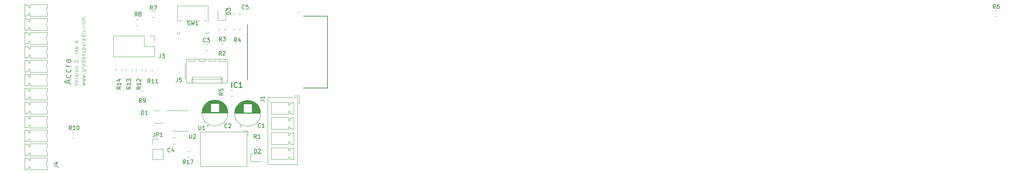
<source format=gbr>
%TF.GenerationSoftware,KiCad,Pcbnew,6.0.2+dfsg-1*%
%TF.CreationDate,2022-06-15T14:05:09+02:00*%
%TF.ProjectId,accra_A,61636372-615f-4412-9e6b-696361645f70,rev?*%
%TF.SameCoordinates,Original*%
%TF.FileFunction,Legend,Top*%
%TF.FilePolarity,Positive*%
%FSLAX46Y46*%
G04 Gerber Fmt 4.6, Leading zero omitted, Abs format (unit mm)*
G04 Created by KiCad (PCBNEW 6.0.2+dfsg-1) date 2022-06-15 14:05:09*
%MOMM*%
%LPD*%
G01*
G04 APERTURE LIST*
%ADD10C,0.142240*%
%ADD11C,0.081280*%
%ADD12C,0.254000*%
%ADD13C,0.150000*%
%ADD14C,0.200000*%
%ADD15C,0.100000*%
%ADD16C,0.120000*%
G04 APERTURE END LIST*
D10*
X125704746Y-104095970D02*
X125704746Y-103317037D01*
X126172106Y-104251757D02*
X124536346Y-103706504D01*
X126172106Y-103161250D01*
X126094213Y-101914957D02*
X126172106Y-102070744D01*
X126172106Y-102382317D01*
X126094213Y-102538104D01*
X126016320Y-102615997D01*
X125860533Y-102693890D01*
X125393173Y-102693890D01*
X125237386Y-102615997D01*
X125159493Y-102538104D01*
X125081600Y-102382317D01*
X125081600Y-102070744D01*
X125159493Y-101914957D01*
X126094213Y-100512877D02*
X126172106Y-100668664D01*
X126172106Y-100980237D01*
X126094213Y-101136024D01*
X126016320Y-101213917D01*
X125860533Y-101291810D01*
X125393173Y-101291810D01*
X125237386Y-101213917D01*
X125159493Y-101136024D01*
X125081600Y-100980237D01*
X125081600Y-100668664D01*
X125159493Y-100512877D01*
X126172106Y-99811837D02*
X125081600Y-99811837D01*
X125393173Y-99811837D02*
X125237386Y-99733944D01*
X125159493Y-99656050D01*
X125081600Y-99500264D01*
X125081600Y-99344477D01*
X126172106Y-98098184D02*
X125315280Y-98098184D01*
X125159493Y-98176077D01*
X125081600Y-98331864D01*
X125081600Y-98643437D01*
X125159493Y-98799224D01*
X126094213Y-98098184D02*
X126172106Y-98253970D01*
X126172106Y-98643437D01*
X126094213Y-98799224D01*
X125938426Y-98877117D01*
X125782640Y-98877117D01*
X125626853Y-98799224D01*
X125548960Y-98643437D01*
X125548960Y-98253970D01*
X125471066Y-98098184D01*
D11*
X129082342Y-104563636D02*
X129705489Y-104385594D01*
X129260384Y-104207552D01*
X129705489Y-104029510D01*
X129082342Y-103851468D01*
X129082342Y-103584406D02*
X129705489Y-103406364D01*
X129260384Y-103228322D01*
X129705489Y-103050280D01*
X129082342Y-102872238D01*
X129082342Y-102605175D02*
X129705489Y-102427133D01*
X129260384Y-102249091D01*
X129705489Y-102071049D01*
X129082342Y-101893008D01*
X129616468Y-101536924D02*
X129660979Y-101492413D01*
X129705489Y-101536924D01*
X129660979Y-101581434D01*
X129616468Y-101536924D01*
X129705489Y-101536924D01*
X129082342Y-100691225D02*
X129839020Y-100691225D01*
X129928041Y-100735735D01*
X129972552Y-100780246D01*
X130017062Y-100869267D01*
X130017062Y-101002798D01*
X129972552Y-101091819D01*
X129660979Y-100691225D02*
X129705489Y-100780246D01*
X129705489Y-100958288D01*
X129660979Y-101047308D01*
X129616468Y-101091819D01*
X129527447Y-101136329D01*
X129260384Y-101136329D01*
X129171363Y-101091819D01*
X129126853Y-101047308D01*
X129082342Y-100958288D01*
X129082342Y-100780246D01*
X129126853Y-100691225D01*
X129705489Y-100246120D02*
X129082342Y-100246120D01*
X129260384Y-100246120D02*
X129171363Y-100201609D01*
X129126853Y-100157099D01*
X129082342Y-100068078D01*
X129082342Y-99979057D01*
X129705489Y-99533952D02*
X129660979Y-99622973D01*
X129616468Y-99667484D01*
X129527447Y-99711994D01*
X129260384Y-99711994D01*
X129171363Y-99667484D01*
X129126853Y-99622973D01*
X129082342Y-99533952D01*
X129082342Y-99400421D01*
X129126853Y-99311400D01*
X129171363Y-99266889D01*
X129260384Y-99222379D01*
X129527447Y-99222379D01*
X129616468Y-99266889D01*
X129660979Y-99311400D01*
X129705489Y-99400421D01*
X129705489Y-99533952D01*
X129705489Y-98421190D02*
X128770769Y-98421190D01*
X129660979Y-98421190D02*
X129705489Y-98510211D01*
X129705489Y-98688253D01*
X129660979Y-98777274D01*
X129616468Y-98821785D01*
X129527447Y-98866295D01*
X129260384Y-98866295D01*
X129171363Y-98821785D01*
X129126853Y-98777274D01*
X129082342Y-98688253D01*
X129082342Y-98510211D01*
X129126853Y-98421190D01*
X129705489Y-97575491D02*
X129215874Y-97575491D01*
X129126853Y-97620002D01*
X129082342Y-97709023D01*
X129082342Y-97887065D01*
X129126853Y-97976086D01*
X129660979Y-97575491D02*
X129705489Y-97664512D01*
X129705489Y-97887065D01*
X129660979Y-97976086D01*
X129571958Y-98020596D01*
X129482937Y-98020596D01*
X129393916Y-97976086D01*
X129349405Y-97887065D01*
X129349405Y-97664512D01*
X129304895Y-97575491D01*
X129082342Y-97130387D02*
X129705489Y-97130387D01*
X129171363Y-97130387D02*
X129126853Y-97085876D01*
X129082342Y-96996855D01*
X129082342Y-96863324D01*
X129126853Y-96774303D01*
X129215874Y-96729792D01*
X129705489Y-96729792D01*
X129660979Y-96329198D02*
X129705489Y-96240177D01*
X129705489Y-96062135D01*
X129660979Y-95973114D01*
X129571958Y-95928604D01*
X129527447Y-95928604D01*
X129438426Y-95973114D01*
X129393916Y-96062135D01*
X129393916Y-96195667D01*
X129349405Y-96284688D01*
X129260384Y-96329198D01*
X129215874Y-96329198D01*
X129126853Y-96284688D01*
X129082342Y-96195667D01*
X129082342Y-96062135D01*
X129126853Y-95973114D01*
X129082342Y-95528009D02*
X130017062Y-95528009D01*
X129126853Y-95528009D02*
X129082342Y-95438988D01*
X129082342Y-95260947D01*
X129126853Y-95171926D01*
X129171363Y-95127415D01*
X129260384Y-95082905D01*
X129527447Y-95082905D01*
X129616468Y-95127415D01*
X129660979Y-95171926D01*
X129705489Y-95260947D01*
X129705489Y-95438988D01*
X129660979Y-95528009D01*
X129705489Y-94281716D02*
X129215874Y-94281716D01*
X129126853Y-94326227D01*
X129082342Y-94415248D01*
X129082342Y-94593289D01*
X129126853Y-94682310D01*
X129660979Y-94281716D02*
X129705489Y-94370737D01*
X129705489Y-94593289D01*
X129660979Y-94682310D01*
X129571958Y-94726821D01*
X129482937Y-94726821D01*
X129393916Y-94682310D01*
X129349405Y-94593289D01*
X129349405Y-94370737D01*
X129304895Y-94281716D01*
X129705489Y-93836611D02*
X129082342Y-93836611D01*
X129260384Y-93836611D02*
X129171363Y-93792101D01*
X129126853Y-93747590D01*
X129082342Y-93658569D01*
X129082342Y-93569548D01*
X129705489Y-92857381D02*
X129215874Y-92857381D01*
X129126853Y-92901891D01*
X129082342Y-92990912D01*
X129082342Y-93168954D01*
X129126853Y-93257975D01*
X129660979Y-92857381D02*
X129705489Y-92946402D01*
X129705489Y-93168954D01*
X129660979Y-93257975D01*
X129571958Y-93302486D01*
X129482937Y-93302486D01*
X129393916Y-93257975D01*
X129349405Y-93168954D01*
X129349405Y-92946402D01*
X129304895Y-92857381D01*
X129705489Y-92011682D02*
X128770769Y-92011682D01*
X129660979Y-92011682D02*
X129705489Y-92100703D01*
X129705489Y-92278745D01*
X129660979Y-92367766D01*
X129616468Y-92412276D01*
X129527447Y-92456787D01*
X129260384Y-92456787D01*
X129171363Y-92412276D01*
X129126853Y-92367766D01*
X129082342Y-92278745D01*
X129082342Y-92100703D01*
X129126853Y-92011682D01*
X129705489Y-91566577D02*
X129082342Y-91566577D01*
X128770769Y-91566577D02*
X128815280Y-91611088D01*
X128859790Y-91566577D01*
X128815280Y-91522067D01*
X128770769Y-91566577D01*
X128859790Y-91566577D01*
X129660979Y-91165983D02*
X129705489Y-91076962D01*
X129705489Y-90898920D01*
X129660979Y-90809899D01*
X129571958Y-90765388D01*
X129527447Y-90765388D01*
X129438426Y-90809899D01*
X129393916Y-90898920D01*
X129393916Y-91032451D01*
X129349405Y-91121472D01*
X129260384Y-91165983D01*
X129215874Y-91165983D01*
X129126853Y-91121472D01*
X129082342Y-91032451D01*
X129082342Y-90898920D01*
X129126853Y-90809899D01*
X129616468Y-90364794D02*
X129660979Y-90320284D01*
X129705489Y-90364794D01*
X129660979Y-90409305D01*
X129616468Y-90364794D01*
X129705489Y-90364794D01*
X129660979Y-89519095D02*
X129705489Y-89608116D01*
X129705489Y-89786158D01*
X129660979Y-89875179D01*
X129616468Y-89919689D01*
X129527447Y-89964200D01*
X129260384Y-89964200D01*
X129171363Y-89919689D01*
X129126853Y-89875179D01*
X129082342Y-89786158D01*
X129082342Y-89608116D01*
X129126853Y-89519095D01*
X129705489Y-88984969D02*
X129660979Y-89073990D01*
X129616468Y-89118501D01*
X129527447Y-89163011D01*
X129260384Y-89163011D01*
X129171363Y-89118501D01*
X129126853Y-89073990D01*
X129082342Y-88984969D01*
X129082342Y-88851438D01*
X129126853Y-88762417D01*
X129171363Y-88717907D01*
X129260384Y-88673396D01*
X129527447Y-88673396D01*
X129616468Y-88717907D01*
X129660979Y-88762417D01*
X129705489Y-88851438D01*
X129705489Y-88984969D01*
X129705489Y-88272802D02*
X129082342Y-88272802D01*
X129171363Y-88272802D02*
X129126853Y-88228291D01*
X129082342Y-88139270D01*
X129082342Y-88005739D01*
X129126853Y-87916718D01*
X129215874Y-87872208D01*
X129705489Y-87872208D01*
X129215874Y-87872208D02*
X129126853Y-87827697D01*
X129082342Y-87738676D01*
X129082342Y-87605145D01*
X129126853Y-87516124D01*
X129215874Y-87471613D01*
X129705489Y-87471613D01*
X127020769Y-104608147D02*
X127955489Y-104296573D01*
X127020769Y-103985000D01*
X127910979Y-103317343D02*
X127955489Y-103406364D01*
X127955489Y-103584406D01*
X127910979Y-103673427D01*
X127821958Y-103717937D01*
X127465874Y-103717937D01*
X127376853Y-103673427D01*
X127332342Y-103584406D01*
X127332342Y-103406364D01*
X127376853Y-103317343D01*
X127465874Y-103272832D01*
X127554895Y-103272832D01*
X127643916Y-103717937D01*
X127955489Y-102872238D02*
X127332342Y-102872238D01*
X127510384Y-102872238D02*
X127421363Y-102827728D01*
X127376853Y-102783217D01*
X127332342Y-102694196D01*
X127332342Y-102605175D01*
X127910979Y-102338112D02*
X127955489Y-102249091D01*
X127955489Y-102071049D01*
X127910979Y-101982028D01*
X127821958Y-101937518D01*
X127777447Y-101937518D01*
X127688426Y-101982028D01*
X127643916Y-102071049D01*
X127643916Y-102204581D01*
X127599405Y-102293602D01*
X127510384Y-102338112D01*
X127465874Y-102338112D01*
X127376853Y-102293602D01*
X127332342Y-102204581D01*
X127332342Y-102071049D01*
X127376853Y-101982028D01*
X127955489Y-101536924D02*
X127332342Y-101536924D01*
X127020769Y-101536924D02*
X127065280Y-101581434D01*
X127109790Y-101536924D01*
X127065280Y-101492413D01*
X127020769Y-101536924D01*
X127109790Y-101536924D01*
X127955489Y-100958288D02*
X127910979Y-101047308D01*
X127866468Y-101091819D01*
X127777447Y-101136329D01*
X127510384Y-101136329D01*
X127421363Y-101091819D01*
X127376853Y-101047308D01*
X127332342Y-100958288D01*
X127332342Y-100824756D01*
X127376853Y-100735735D01*
X127421363Y-100691225D01*
X127510384Y-100646714D01*
X127777447Y-100646714D01*
X127866468Y-100691225D01*
X127910979Y-100735735D01*
X127955489Y-100824756D01*
X127955489Y-100958288D01*
X127332342Y-100246120D02*
X127955489Y-100246120D01*
X127421363Y-100246120D02*
X127376853Y-100201609D01*
X127332342Y-100112588D01*
X127332342Y-99979057D01*
X127376853Y-99890036D01*
X127465874Y-99845526D01*
X127955489Y-99845526D01*
X127109790Y-98732764D02*
X127065280Y-98688253D01*
X127020769Y-98599232D01*
X127020769Y-98376680D01*
X127065280Y-98287659D01*
X127109790Y-98243148D01*
X127198811Y-98198638D01*
X127287832Y-98198638D01*
X127421363Y-98243148D01*
X127955489Y-98777274D01*
X127955489Y-98198638D01*
X127910979Y-97753533D02*
X127955489Y-97753533D01*
X128044510Y-97798044D01*
X128089020Y-97842554D01*
X127955489Y-96640771D02*
X127332342Y-96640771D01*
X127510384Y-96640771D02*
X127421363Y-96596261D01*
X127376853Y-96551750D01*
X127332342Y-96462729D01*
X127332342Y-96373708D01*
X127910979Y-95706051D02*
X127955489Y-95795072D01*
X127955489Y-95973114D01*
X127910979Y-96062135D01*
X127821958Y-96106646D01*
X127465874Y-96106646D01*
X127376853Y-96062135D01*
X127332342Y-95973114D01*
X127332342Y-95795072D01*
X127376853Y-95706051D01*
X127465874Y-95661541D01*
X127554895Y-95661541D01*
X127643916Y-96106646D01*
X127332342Y-95349968D02*
X127955489Y-95127415D01*
X127332342Y-94904863D01*
X127688426Y-93881122D02*
X127688426Y-93436017D01*
X127955489Y-93970143D02*
X127020769Y-93658569D01*
X127955489Y-93346996D01*
D12*
%TO.C,IC1*%
X166510238Y-105074523D02*
X166510238Y-103804523D01*
X167840714Y-104953571D02*
X167780238Y-105014047D01*
X167598809Y-105074523D01*
X167477857Y-105074523D01*
X167296428Y-105014047D01*
X167175476Y-104893095D01*
X167115000Y-104772142D01*
X167054523Y-104530238D01*
X167054523Y-104348809D01*
X167115000Y-104106904D01*
X167175476Y-103985952D01*
X167296428Y-103865000D01*
X167477857Y-103804523D01*
X167598809Y-103804523D01*
X167780238Y-103865000D01*
X167840714Y-103925476D01*
X169050238Y-105074523D02*
X168324523Y-105074523D01*
X168687380Y-105074523D02*
X168687380Y-103804523D01*
X168566428Y-103985952D01*
X168445476Y-104106904D01*
X168324523Y-104167380D01*
D13*
%TO.C,J4*%
X121952380Y-124833333D02*
X122666666Y-124833333D01*
X122809523Y-124880952D01*
X122904761Y-124976190D01*
X122952380Y-125119047D01*
X122952380Y-125214285D01*
X122285714Y-123928571D02*
X122952380Y-123928571D01*
X121904761Y-124166666D02*
X122619047Y-124404761D01*
X122619047Y-123785714D01*
%TO.C,J5*%
X152916666Y-102702380D02*
X152916666Y-103416666D01*
X152869047Y-103559523D01*
X152773809Y-103654761D01*
X152630952Y-103702380D01*
X152535714Y-103702380D01*
X153869047Y-102702380D02*
X153392857Y-102702380D01*
X153345238Y-103178571D01*
X153392857Y-103130952D01*
X153488095Y-103083333D01*
X153726190Y-103083333D01*
X153821428Y-103130952D01*
X153869047Y-103178571D01*
X153916666Y-103273809D01*
X153916666Y-103511904D01*
X153869047Y-103607142D01*
X153821428Y-103654761D01*
X153726190Y-103702380D01*
X153488095Y-103702380D01*
X153392857Y-103654761D01*
X153345238Y-103607142D01*
%TO.C,J3*%
X148666666Y-96702380D02*
X148666666Y-97416666D01*
X148619047Y-97559523D01*
X148523809Y-97654761D01*
X148380952Y-97702380D01*
X148285714Y-97702380D01*
X149047619Y-96702380D02*
X149666666Y-96702380D01*
X149333333Y-97083333D01*
X149476190Y-97083333D01*
X149571428Y-97130952D01*
X149619047Y-97178571D01*
X149666666Y-97273809D01*
X149666666Y-97511904D01*
X149619047Y-97607142D01*
X149571428Y-97654761D01*
X149476190Y-97702380D01*
X149190476Y-97702380D01*
X149095238Y-97654761D01*
X149047619Y-97607142D01*
%TO.C,R14*%
X138702380Y-104892857D02*
X138226190Y-105226190D01*
X138702380Y-105464285D02*
X137702380Y-105464285D01*
X137702380Y-105083333D01*
X137750000Y-104988095D01*
X137797619Y-104940476D01*
X137892857Y-104892857D01*
X138035714Y-104892857D01*
X138130952Y-104940476D01*
X138178571Y-104988095D01*
X138226190Y-105083333D01*
X138226190Y-105464285D01*
X138702380Y-103940476D02*
X138702380Y-104511904D01*
X138702380Y-104226190D02*
X137702380Y-104226190D01*
X137845238Y-104321428D01*
X137940476Y-104416666D01*
X137988095Y-104511904D01*
X138035714Y-103083333D02*
X138702380Y-103083333D01*
X137654761Y-103321428D02*
X138369047Y-103559523D01*
X138369047Y-102940476D01*
%TO.C,R13*%
X141202380Y-104892857D02*
X140726190Y-105226190D01*
X141202380Y-105464285D02*
X140202380Y-105464285D01*
X140202380Y-105083333D01*
X140250000Y-104988095D01*
X140297619Y-104940476D01*
X140392857Y-104892857D01*
X140535714Y-104892857D01*
X140630952Y-104940476D01*
X140678571Y-104988095D01*
X140726190Y-105083333D01*
X140726190Y-105464285D01*
X141202380Y-103940476D02*
X141202380Y-104511904D01*
X141202380Y-104226190D02*
X140202380Y-104226190D01*
X140345238Y-104321428D01*
X140440476Y-104416666D01*
X140488095Y-104511904D01*
X140202380Y-103607142D02*
X140202380Y-102988095D01*
X140583333Y-103321428D01*
X140583333Y-103178571D01*
X140630952Y-103083333D01*
X140678571Y-103035714D01*
X140773809Y-102988095D01*
X141011904Y-102988095D01*
X141107142Y-103035714D01*
X141154761Y-103083333D01*
X141202380Y-103178571D01*
X141202380Y-103464285D01*
X141154761Y-103559523D01*
X141107142Y-103607142D01*
%TO.C,R12*%
X143702380Y-104892857D02*
X143226190Y-105226190D01*
X143702380Y-105464285D02*
X142702380Y-105464285D01*
X142702380Y-105083333D01*
X142750000Y-104988095D01*
X142797619Y-104940476D01*
X142892857Y-104892857D01*
X143035714Y-104892857D01*
X143130952Y-104940476D01*
X143178571Y-104988095D01*
X143226190Y-105083333D01*
X143226190Y-105464285D01*
X143702380Y-103940476D02*
X143702380Y-104511904D01*
X143702380Y-104226190D02*
X142702380Y-104226190D01*
X142845238Y-104321428D01*
X142940476Y-104416666D01*
X142988095Y-104511904D01*
X142797619Y-103559523D02*
X142750000Y-103511904D01*
X142702380Y-103416666D01*
X142702380Y-103178571D01*
X142750000Y-103083333D01*
X142797619Y-103035714D01*
X142892857Y-102988095D01*
X142988095Y-102988095D01*
X143130952Y-103035714D01*
X143702380Y-103607142D01*
X143702380Y-102988095D01*
%TO.C,R11*%
X146107142Y-103952380D02*
X145773809Y-103476190D01*
X145535714Y-103952380D02*
X145535714Y-102952380D01*
X145916666Y-102952380D01*
X146011904Y-103000000D01*
X146059523Y-103047619D01*
X146107142Y-103142857D01*
X146107142Y-103285714D01*
X146059523Y-103380952D01*
X146011904Y-103428571D01*
X145916666Y-103476190D01*
X145535714Y-103476190D01*
X147059523Y-103952380D02*
X146488095Y-103952380D01*
X146773809Y-103952380D02*
X146773809Y-102952380D01*
X146678571Y-103095238D01*
X146583333Y-103190476D01*
X146488095Y-103238095D01*
X148011904Y-103952380D02*
X147440476Y-103952380D01*
X147726190Y-103952380D02*
X147726190Y-102952380D01*
X147630952Y-103095238D01*
X147535714Y-103190476D01*
X147440476Y-103238095D01*
%TO.C,R10*%
X126357142Y-115702380D02*
X126023809Y-115226190D01*
X125785714Y-115702380D02*
X125785714Y-114702380D01*
X126166666Y-114702380D01*
X126261904Y-114750000D01*
X126309523Y-114797619D01*
X126357142Y-114892857D01*
X126357142Y-115035714D01*
X126309523Y-115130952D01*
X126261904Y-115178571D01*
X126166666Y-115226190D01*
X125785714Y-115226190D01*
X127309523Y-115702380D02*
X126738095Y-115702380D01*
X127023809Y-115702380D02*
X127023809Y-114702380D01*
X126928571Y-114845238D01*
X126833333Y-114940476D01*
X126738095Y-114988095D01*
X127928571Y-114702380D02*
X128023809Y-114702380D01*
X128119047Y-114750000D01*
X128166666Y-114797619D01*
X128214285Y-114892857D01*
X128261904Y-115083333D01*
X128261904Y-115321428D01*
X128214285Y-115511904D01*
X128166666Y-115607142D01*
X128119047Y-115654761D01*
X128023809Y-115702380D01*
X127928571Y-115702380D01*
X127833333Y-115654761D01*
X127785714Y-115607142D01*
X127738095Y-115511904D01*
X127690476Y-115321428D01*
X127690476Y-115083333D01*
X127738095Y-114892857D01*
X127785714Y-114797619D01*
X127833333Y-114750000D01*
X127928571Y-114702380D01*
%TO.C,R9*%
X143920833Y-108852380D02*
X143587500Y-108376190D01*
X143349404Y-108852380D02*
X143349404Y-107852380D01*
X143730357Y-107852380D01*
X143825595Y-107900000D01*
X143873214Y-107947619D01*
X143920833Y-108042857D01*
X143920833Y-108185714D01*
X143873214Y-108280952D01*
X143825595Y-108328571D01*
X143730357Y-108376190D01*
X143349404Y-108376190D01*
X144397023Y-108852380D02*
X144587500Y-108852380D01*
X144682738Y-108804761D01*
X144730357Y-108757142D01*
X144825595Y-108614285D01*
X144873214Y-108423809D01*
X144873214Y-108042857D01*
X144825595Y-107947619D01*
X144777976Y-107900000D01*
X144682738Y-107852380D01*
X144492261Y-107852380D01*
X144397023Y-107900000D01*
X144349404Y-107947619D01*
X144301785Y-108042857D01*
X144301785Y-108280952D01*
X144349404Y-108376190D01*
X144397023Y-108423809D01*
X144492261Y-108471428D01*
X144682738Y-108471428D01*
X144777976Y-108423809D01*
X144825595Y-108376190D01*
X144873214Y-108280952D01*
%TO.C,R8*%
X142833333Y-87202380D02*
X142500000Y-86726190D01*
X142261904Y-87202380D02*
X142261904Y-86202380D01*
X142642857Y-86202380D01*
X142738095Y-86250000D01*
X142785714Y-86297619D01*
X142833333Y-86392857D01*
X142833333Y-86535714D01*
X142785714Y-86630952D01*
X142738095Y-86678571D01*
X142642857Y-86726190D01*
X142261904Y-86726190D01*
X143404761Y-86630952D02*
X143309523Y-86583333D01*
X143261904Y-86535714D01*
X143214285Y-86440476D01*
X143214285Y-86392857D01*
X143261904Y-86297619D01*
X143309523Y-86250000D01*
X143404761Y-86202380D01*
X143595238Y-86202380D01*
X143690476Y-86250000D01*
X143738095Y-86297619D01*
X143785714Y-86392857D01*
X143785714Y-86440476D01*
X143738095Y-86535714D01*
X143690476Y-86583333D01*
X143595238Y-86630952D01*
X143404761Y-86630952D01*
X143309523Y-86678571D01*
X143261904Y-86726190D01*
X143214285Y-86821428D01*
X143214285Y-87011904D01*
X143261904Y-87107142D01*
X143309523Y-87154761D01*
X143404761Y-87202380D01*
X143595238Y-87202380D01*
X143690476Y-87154761D01*
X143738095Y-87107142D01*
X143785714Y-87011904D01*
X143785714Y-86821428D01*
X143738095Y-86726190D01*
X143690476Y-86678571D01*
X143595238Y-86630952D01*
%TO.C,R7*%
X146670833Y-85552380D02*
X146337500Y-85076190D01*
X146099404Y-85552380D02*
X146099404Y-84552380D01*
X146480357Y-84552380D01*
X146575595Y-84600000D01*
X146623214Y-84647619D01*
X146670833Y-84742857D01*
X146670833Y-84885714D01*
X146623214Y-84980952D01*
X146575595Y-85028571D01*
X146480357Y-85076190D01*
X146099404Y-85076190D01*
X147004166Y-84552380D02*
X147670833Y-84552380D01*
X147242261Y-85552380D01*
%TO.C,R6*%
X358038333Y-85277380D02*
X357705000Y-84801190D01*
X357466904Y-85277380D02*
X357466904Y-84277380D01*
X357847857Y-84277380D01*
X357943095Y-84325000D01*
X357990714Y-84372619D01*
X358038333Y-84467857D01*
X358038333Y-84610714D01*
X357990714Y-84705952D01*
X357943095Y-84753571D01*
X357847857Y-84801190D01*
X357466904Y-84801190D01*
X358895476Y-84277380D02*
X358705000Y-84277380D01*
X358609761Y-84325000D01*
X358562142Y-84372619D01*
X358466904Y-84515476D01*
X358419285Y-84705952D01*
X358419285Y-85086904D01*
X358466904Y-85182142D01*
X358514523Y-85229761D01*
X358609761Y-85277380D01*
X358800238Y-85277380D01*
X358895476Y-85229761D01*
X358943095Y-85182142D01*
X358990714Y-85086904D01*
X358990714Y-84848809D01*
X358943095Y-84753571D01*
X358895476Y-84705952D01*
X358800238Y-84658333D01*
X358609761Y-84658333D01*
X358514523Y-84705952D01*
X358466904Y-84753571D01*
X358419285Y-84848809D01*
%TO.C,R5*%
X164364880Y-106416666D02*
X163888690Y-106750000D01*
X164364880Y-106988095D02*
X163364880Y-106988095D01*
X163364880Y-106607142D01*
X163412500Y-106511904D01*
X163460119Y-106464285D01*
X163555357Y-106416666D01*
X163698214Y-106416666D01*
X163793452Y-106464285D01*
X163841071Y-106511904D01*
X163888690Y-106607142D01*
X163888690Y-106988095D01*
X163364880Y-105511904D02*
X163364880Y-105988095D01*
X163841071Y-106035714D01*
X163793452Y-105988095D01*
X163745833Y-105892857D01*
X163745833Y-105654761D01*
X163793452Y-105559523D01*
X163841071Y-105511904D01*
X163936309Y-105464285D01*
X164174404Y-105464285D01*
X164269642Y-105511904D01*
X164317261Y-105559523D01*
X164364880Y-105654761D01*
X164364880Y-105892857D01*
X164317261Y-105988095D01*
X164269642Y-106035714D01*
%TO.C,D3*%
X166202380Y-86738095D02*
X165202380Y-86738095D01*
X165202380Y-86500000D01*
X165250000Y-86357142D01*
X165345238Y-86261904D01*
X165440476Y-86214285D01*
X165630952Y-86166666D01*
X165773809Y-86166666D01*
X165964285Y-86214285D01*
X166059523Y-86261904D01*
X166154761Y-86357142D01*
X166202380Y-86500000D01*
X166202380Y-86738095D01*
X165202380Y-85833333D02*
X165202380Y-85214285D01*
X165583333Y-85547619D01*
X165583333Y-85404761D01*
X165630952Y-85309523D01*
X165678571Y-85261904D01*
X165773809Y-85214285D01*
X166011904Y-85214285D01*
X166107142Y-85261904D01*
X166154761Y-85309523D01*
X166202380Y-85404761D01*
X166202380Y-85690476D01*
X166154761Y-85785714D01*
X166107142Y-85833333D01*
%TO.C,D2*%
X172211904Y-121552380D02*
X172211904Y-120552380D01*
X172450000Y-120552380D01*
X172592857Y-120600000D01*
X172688095Y-120695238D01*
X172735714Y-120790476D01*
X172783333Y-120980952D01*
X172783333Y-121123809D01*
X172735714Y-121314285D01*
X172688095Y-121409523D01*
X172592857Y-121504761D01*
X172450000Y-121552380D01*
X172211904Y-121552380D01*
X173164285Y-120647619D02*
X173211904Y-120600000D01*
X173307142Y-120552380D01*
X173545238Y-120552380D01*
X173640476Y-120600000D01*
X173688095Y-120647619D01*
X173735714Y-120742857D01*
X173735714Y-120838095D01*
X173688095Y-120980952D01*
X173116666Y-121552380D01*
X173735714Y-121552380D01*
%TO.C,R4*%
X167783333Y-93602380D02*
X167450000Y-93126190D01*
X167211904Y-93602380D02*
X167211904Y-92602380D01*
X167592857Y-92602380D01*
X167688095Y-92650000D01*
X167735714Y-92697619D01*
X167783333Y-92792857D01*
X167783333Y-92935714D01*
X167735714Y-93030952D01*
X167688095Y-93078571D01*
X167592857Y-93126190D01*
X167211904Y-93126190D01*
X168640476Y-92935714D02*
X168640476Y-93602380D01*
X168402380Y-92554761D02*
X168164285Y-93269047D01*
X168783333Y-93269047D01*
%TO.C,J1*%
X173702380Y-108333333D02*
X174416666Y-108333333D01*
X174559523Y-108380952D01*
X174654761Y-108476190D01*
X174702380Y-108619047D01*
X174702380Y-108714285D01*
X174702380Y-107333333D02*
X174702380Y-107904761D01*
X174702380Y-107619047D02*
X173702380Y-107619047D01*
X173845238Y-107714285D01*
X173940476Y-107809523D01*
X173988095Y-107904761D01*
%TO.C,C5*%
X169733333Y-85307142D02*
X169685714Y-85354761D01*
X169542857Y-85402380D01*
X169447619Y-85402380D01*
X169304761Y-85354761D01*
X169209523Y-85259523D01*
X169161904Y-85164285D01*
X169114285Y-84973809D01*
X169114285Y-84830952D01*
X169161904Y-84640476D01*
X169209523Y-84545238D01*
X169304761Y-84450000D01*
X169447619Y-84402380D01*
X169542857Y-84402380D01*
X169685714Y-84450000D01*
X169733333Y-84497619D01*
X170638095Y-84402380D02*
X170161904Y-84402380D01*
X170114285Y-84878571D01*
X170161904Y-84830952D01*
X170257142Y-84783333D01*
X170495238Y-84783333D01*
X170590476Y-84830952D01*
X170638095Y-84878571D01*
X170685714Y-84973809D01*
X170685714Y-85211904D01*
X170638095Y-85307142D01*
X170590476Y-85354761D01*
X170495238Y-85402380D01*
X170257142Y-85402380D01*
X170161904Y-85354761D01*
X170114285Y-85307142D01*
%TO.C,JP1*%
X147166666Y-116447380D02*
X147166666Y-117161666D01*
X147119047Y-117304523D01*
X147023809Y-117399761D01*
X146880952Y-117447380D01*
X146785714Y-117447380D01*
X147642857Y-117447380D02*
X147642857Y-116447380D01*
X148023809Y-116447380D01*
X148119047Y-116495000D01*
X148166666Y-116542619D01*
X148214285Y-116637857D01*
X148214285Y-116780714D01*
X148166666Y-116875952D01*
X148119047Y-116923571D01*
X148023809Y-116971190D01*
X147642857Y-116971190D01*
X149166666Y-117447380D02*
X148595238Y-117447380D01*
X148880952Y-117447380D02*
X148880952Y-116447380D01*
X148785714Y-116590238D01*
X148690476Y-116685476D01*
X148595238Y-116733095D01*
%TO.C,R3*%
X163983333Y-93452380D02*
X163650000Y-92976190D01*
X163411904Y-93452380D02*
X163411904Y-92452380D01*
X163792857Y-92452380D01*
X163888095Y-92500000D01*
X163935714Y-92547619D01*
X163983333Y-92642857D01*
X163983333Y-92785714D01*
X163935714Y-92880952D01*
X163888095Y-92928571D01*
X163792857Y-92976190D01*
X163411904Y-92976190D01*
X164316666Y-92452380D02*
X164935714Y-92452380D01*
X164602380Y-92833333D01*
X164745238Y-92833333D01*
X164840476Y-92880952D01*
X164888095Y-92928571D01*
X164935714Y-93023809D01*
X164935714Y-93261904D01*
X164888095Y-93357142D01*
X164840476Y-93404761D01*
X164745238Y-93452380D01*
X164459523Y-93452380D01*
X164364285Y-93404761D01*
X164316666Y-93357142D01*
%TO.C,R2*%
X163933333Y-97002380D02*
X163600000Y-96526190D01*
X163361904Y-97002380D02*
X163361904Y-96002380D01*
X163742857Y-96002380D01*
X163838095Y-96050000D01*
X163885714Y-96097619D01*
X163933333Y-96192857D01*
X163933333Y-96335714D01*
X163885714Y-96430952D01*
X163838095Y-96478571D01*
X163742857Y-96526190D01*
X163361904Y-96526190D01*
X164314285Y-96097619D02*
X164361904Y-96050000D01*
X164457142Y-96002380D01*
X164695238Y-96002380D01*
X164790476Y-96050000D01*
X164838095Y-96097619D01*
X164885714Y-96192857D01*
X164885714Y-96288095D01*
X164838095Y-96430952D01*
X164266666Y-97002380D01*
X164885714Y-97002380D01*
%TO.C,R1*%
X172733333Y-117902380D02*
X172400000Y-117426190D01*
X172161904Y-117902380D02*
X172161904Y-116902380D01*
X172542857Y-116902380D01*
X172638095Y-116950000D01*
X172685714Y-116997619D01*
X172733333Y-117092857D01*
X172733333Y-117235714D01*
X172685714Y-117330952D01*
X172638095Y-117378571D01*
X172542857Y-117426190D01*
X172161904Y-117426190D01*
X173685714Y-117902380D02*
X173114285Y-117902380D01*
X173400000Y-117902380D02*
X173400000Y-116902380D01*
X173304761Y-117045238D01*
X173209523Y-117140476D01*
X173114285Y-117188095D01*
%TO.C,C4*%
X151083333Y-121207142D02*
X151035714Y-121254761D01*
X150892857Y-121302380D01*
X150797619Y-121302380D01*
X150654761Y-121254761D01*
X150559523Y-121159523D01*
X150511904Y-121064285D01*
X150464285Y-120873809D01*
X150464285Y-120730952D01*
X150511904Y-120540476D01*
X150559523Y-120445238D01*
X150654761Y-120350000D01*
X150797619Y-120302380D01*
X150892857Y-120302380D01*
X151035714Y-120350000D01*
X151083333Y-120397619D01*
X151940476Y-120635714D02*
X151940476Y-121302380D01*
X151702380Y-120254761D02*
X151464285Y-120969047D01*
X152083333Y-120969047D01*
%TO.C,C3*%
X159983333Y-93607142D02*
X159935714Y-93654761D01*
X159792857Y-93702380D01*
X159697619Y-93702380D01*
X159554761Y-93654761D01*
X159459523Y-93559523D01*
X159411904Y-93464285D01*
X159364285Y-93273809D01*
X159364285Y-93130952D01*
X159411904Y-92940476D01*
X159459523Y-92845238D01*
X159554761Y-92750000D01*
X159697619Y-92702380D01*
X159792857Y-92702380D01*
X159935714Y-92750000D01*
X159983333Y-92797619D01*
X160316666Y-92702380D02*
X160935714Y-92702380D01*
X160602380Y-93083333D01*
X160745238Y-93083333D01*
X160840476Y-93130952D01*
X160888095Y-93178571D01*
X160935714Y-93273809D01*
X160935714Y-93511904D01*
X160888095Y-93607142D01*
X160840476Y-93654761D01*
X160745238Y-93702380D01*
X160459523Y-93702380D01*
X160364285Y-93654761D01*
X160316666Y-93607142D01*
%TO.C,U1*%
X158238095Y-114702380D02*
X158238095Y-115511904D01*
X158285714Y-115607142D01*
X158333333Y-115654761D01*
X158428571Y-115702380D01*
X158619047Y-115702380D01*
X158714285Y-115654761D01*
X158761904Y-115607142D01*
X158809523Y-115511904D01*
X158809523Y-114702380D01*
X159809523Y-115702380D02*
X159238095Y-115702380D01*
X159523809Y-115702380D02*
X159523809Y-114702380D01*
X159428571Y-114845238D01*
X159333333Y-114940476D01*
X159238095Y-114988095D01*
%TO.C,D1*%
X143911904Y-111902380D02*
X143911904Y-110902380D01*
X144150000Y-110902380D01*
X144292857Y-110950000D01*
X144388095Y-111045238D01*
X144435714Y-111140476D01*
X144483333Y-111330952D01*
X144483333Y-111473809D01*
X144435714Y-111664285D01*
X144388095Y-111759523D01*
X144292857Y-111854761D01*
X144150000Y-111902380D01*
X143911904Y-111902380D01*
X145435714Y-111902380D02*
X144864285Y-111902380D01*
X145150000Y-111902380D02*
X145150000Y-110902380D01*
X145054761Y-111045238D01*
X144959523Y-111140476D01*
X144864285Y-111188095D01*
%TO.C,SW1*%
X155391666Y-89397261D02*
X155534523Y-89444880D01*
X155772619Y-89444880D01*
X155867857Y-89397261D01*
X155915476Y-89349642D01*
X155963095Y-89254404D01*
X155963095Y-89159166D01*
X155915476Y-89063928D01*
X155867857Y-89016309D01*
X155772619Y-88968690D01*
X155582142Y-88921071D01*
X155486904Y-88873452D01*
X155439285Y-88825833D01*
X155391666Y-88730595D01*
X155391666Y-88635357D01*
X155439285Y-88540119D01*
X155486904Y-88492500D01*
X155582142Y-88444880D01*
X155820238Y-88444880D01*
X155963095Y-88492500D01*
X156296428Y-88444880D02*
X156534523Y-89444880D01*
X156725000Y-88730595D01*
X156915476Y-89444880D01*
X157153571Y-88444880D01*
X158058333Y-89444880D02*
X157486904Y-89444880D01*
X157772619Y-89444880D02*
X157772619Y-88444880D01*
X157677380Y-88587738D01*
X157582142Y-88682976D01*
X157486904Y-88730595D01*
%TO.C,U2*%
X155888095Y-116902380D02*
X155888095Y-117711904D01*
X155935714Y-117807142D01*
X155983333Y-117854761D01*
X156078571Y-117902380D01*
X156269047Y-117902380D01*
X156364285Y-117854761D01*
X156411904Y-117807142D01*
X156459523Y-117711904D01*
X156459523Y-116902380D01*
X156888095Y-116997619D02*
X156935714Y-116950000D01*
X157030952Y-116902380D01*
X157269047Y-116902380D01*
X157364285Y-116950000D01*
X157411904Y-116997619D01*
X157459523Y-117092857D01*
X157459523Y-117188095D01*
X157411904Y-117330952D01*
X156840476Y-117902380D01*
X157459523Y-117902380D01*
%TO.C,C2*%
X165383333Y-115157142D02*
X165335714Y-115204761D01*
X165192857Y-115252380D01*
X165097619Y-115252380D01*
X164954761Y-115204761D01*
X164859523Y-115109523D01*
X164811904Y-115014285D01*
X164764285Y-114823809D01*
X164764285Y-114680952D01*
X164811904Y-114490476D01*
X164859523Y-114395238D01*
X164954761Y-114300000D01*
X165097619Y-114252380D01*
X165192857Y-114252380D01*
X165335714Y-114300000D01*
X165383333Y-114347619D01*
X165764285Y-114347619D02*
X165811904Y-114300000D01*
X165907142Y-114252380D01*
X166145238Y-114252380D01*
X166240476Y-114300000D01*
X166288095Y-114347619D01*
X166335714Y-114442857D01*
X166335714Y-114538095D01*
X166288095Y-114680952D01*
X165716666Y-115252380D01*
X166335714Y-115252380D01*
%TO.C,R17*%
X154919642Y-124252380D02*
X154586309Y-123776190D01*
X154348214Y-124252380D02*
X154348214Y-123252380D01*
X154729166Y-123252380D01*
X154824404Y-123300000D01*
X154872023Y-123347619D01*
X154919642Y-123442857D01*
X154919642Y-123585714D01*
X154872023Y-123680952D01*
X154824404Y-123728571D01*
X154729166Y-123776190D01*
X154348214Y-123776190D01*
X155872023Y-124252380D02*
X155300595Y-124252380D01*
X155586309Y-124252380D02*
X155586309Y-123252380D01*
X155491071Y-123395238D01*
X155395833Y-123490476D01*
X155300595Y-123538095D01*
X156205357Y-123252380D02*
X156872023Y-123252380D01*
X156443452Y-124252380D01*
%TO.C,C1*%
X173783333Y-115057143D02*
X173735714Y-115104762D01*
X173592857Y-115152381D01*
X173497619Y-115152381D01*
X173354761Y-115104762D01*
X173259523Y-115009524D01*
X173211904Y-114914286D01*
X173164285Y-114723810D01*
X173164285Y-114580953D01*
X173211904Y-114390477D01*
X173259523Y-114295239D01*
X173354761Y-114200001D01*
X173497619Y-114152381D01*
X173592857Y-114152381D01*
X173735714Y-114200001D01*
X173783333Y-114247620D01*
X174735714Y-115152381D02*
X174164285Y-115152381D01*
X174450000Y-115152381D02*
X174450000Y-114152381D01*
X174354761Y-114295239D01*
X174259523Y-114390477D01*
X174164285Y-114438096D01*
D14*
%TO.C,IC1*%
X170500000Y-89250000D02*
X170500000Y-103250000D01*
D15*
X183300000Y-86250000D02*
X183300000Y-86250000D01*
D14*
X190500000Y-105250000D02*
X184500000Y-105250000D01*
X184500000Y-87250000D02*
X190500000Y-87250000D01*
X190500000Y-87250000D02*
X190500000Y-105250000D01*
D15*
X183400000Y-86250000D02*
X183400000Y-86250000D01*
X183400000Y-86250000D02*
G75*
G03*
X183300000Y-86250000I-50000J0D01*
G01*
X183300000Y-86250000D02*
G75*
G03*
X183400000Y-86250000I50000J0D01*
G01*
D16*
%TO.C,J4*%
X115935000Y-84232500D02*
X120235000Y-84232500D01*
X115935000Y-110982500D02*
X115585000Y-110982500D01*
X115585000Y-115982500D02*
X115585000Y-116482500D01*
X114585000Y-91232500D02*
X115585000Y-91482500D01*
X115585000Y-108982500D02*
X115585000Y-109482500D01*
X120235000Y-105232500D02*
X120235000Y-105982500D01*
X120235000Y-101732500D02*
X120235000Y-102482500D01*
X115935000Y-100482500D02*
X115585000Y-100482500D01*
X115585000Y-90482500D02*
X114585000Y-90732500D01*
X115935000Y-122232500D02*
X115935000Y-121482500D01*
X120235000Y-89982500D02*
X120235000Y-90732500D01*
X115935000Y-103982500D02*
X115585000Y-103982500D01*
X115585000Y-118482500D02*
X114585000Y-118732500D01*
X120235000Y-122732500D02*
X120235000Y-123482500D01*
X114585000Y-98232500D02*
X115585000Y-98482500D01*
X115585000Y-107982500D02*
X114585000Y-108232500D01*
X115585000Y-114482500D02*
X115585000Y-114982500D01*
X115935000Y-91982500D02*
X115935000Y-91232500D01*
X115585000Y-93982500D02*
X114585000Y-94232500D01*
X120235000Y-104732500D02*
X115935000Y-104732500D01*
X120235000Y-87232500D02*
X115935000Y-87232500D01*
X115585000Y-119482500D02*
X115585000Y-119982500D01*
X115935000Y-90732500D02*
X115935000Y-89982500D01*
X120235000Y-101232500D02*
X115935000Y-101232500D01*
X115935000Y-104732500D02*
X115935000Y-103982500D01*
X120235000Y-119232500D02*
X120235000Y-119982500D01*
X115935000Y-95482500D02*
X115935000Y-94732500D01*
X115585000Y-98482500D02*
X115585000Y-98982500D01*
X115935000Y-115232500D02*
X115935000Y-114482500D01*
X115585000Y-112982500D02*
X115935000Y-112982500D01*
X115935000Y-112232500D02*
X120235000Y-112232500D01*
X115585000Y-122982500D02*
X115585000Y-123482500D01*
X114585000Y-101732500D02*
X115585000Y-101982500D01*
X120235000Y-118732500D02*
X115935000Y-118732500D01*
X115585000Y-105482500D02*
X115585000Y-105982500D01*
X115585000Y-123482500D02*
X115935000Y-123482500D01*
X115935000Y-93482500D02*
X115585000Y-93482500D01*
X120235000Y-115732500D02*
X120235000Y-116482500D01*
X115585000Y-107482500D02*
X115585000Y-107982500D01*
X120235000Y-108732500D02*
X120235000Y-109482500D01*
X115585000Y-87982500D02*
X115585000Y-88482500D01*
X115585000Y-103982500D02*
X115585000Y-104482500D01*
X115935000Y-123482500D02*
X115935000Y-122732500D01*
X114585000Y-118732500D02*
X114585000Y-115732500D01*
X114585000Y-112232500D02*
X115585000Y-112482500D01*
X115935000Y-117982500D02*
X115585000Y-117982500D01*
X115935000Y-98232500D02*
X120235000Y-98232500D01*
X115585000Y-96982500D02*
X115585000Y-97482500D01*
X120235000Y-103982500D02*
X120235000Y-104732500D01*
X114585000Y-87732500D02*
X115585000Y-87982500D01*
X115935000Y-87732500D02*
X120235000Y-87732500D01*
X115935000Y-108732500D02*
X120235000Y-108732500D01*
X115935000Y-98982500D02*
X115935000Y-98232500D01*
X115935000Y-87232500D02*
X115935000Y-86482500D01*
X120235000Y-98232500D02*
X120235000Y-98982500D01*
X115585000Y-119982500D02*
X115935000Y-119982500D01*
X115935000Y-84982500D02*
X115935000Y-84232500D01*
X115585000Y-111482500D02*
X114585000Y-111732500D01*
X115935000Y-108232500D02*
X115935000Y-107482500D01*
X120235000Y-94232500D02*
X115935000Y-94232500D01*
X115935000Y-97732500D02*
X115935000Y-96982500D01*
X114585000Y-125732500D02*
X114585000Y-122732500D01*
X115585000Y-117982500D02*
X115585000Y-118482500D01*
X115935000Y-105232500D02*
X120235000Y-105232500D01*
X115585000Y-84482500D02*
X115585000Y-84982500D01*
X115935000Y-118732500D02*
X115935000Y-117982500D01*
X115935000Y-101732500D02*
X120235000Y-101732500D01*
X115585000Y-114982500D02*
X114585000Y-115232500D01*
X115935000Y-111732500D02*
X115935000Y-110982500D01*
X115585000Y-116482500D02*
X115935000Y-116482500D01*
X115935000Y-112982500D02*
X115935000Y-112232500D01*
X120235000Y-110982500D02*
X120235000Y-111732500D01*
X114585000Y-84232500D02*
X115585000Y-84482500D01*
X115935000Y-96982500D02*
X115585000Y-96982500D01*
X120235000Y-114482500D02*
X120235000Y-115232500D01*
X115585000Y-98982500D02*
X115935000Y-98982500D01*
X115935000Y-119982500D02*
X115935000Y-119232500D01*
X115935000Y-91232500D02*
X120235000Y-91232500D01*
X120235000Y-97732500D02*
X115935000Y-97732500D01*
X114585000Y-87232500D02*
X114585000Y-84232500D01*
X120235000Y-117982500D02*
X120235000Y-118732500D01*
X115935000Y-102482500D02*
X115935000Y-101732500D01*
X115935000Y-94732500D02*
X120235000Y-94732500D01*
X115935000Y-125732500D02*
X115935000Y-124982500D01*
X120235000Y-124982500D02*
X120235000Y-125732500D01*
X120235000Y-84232500D02*
X120235000Y-84982500D01*
X115585000Y-121982500D02*
X114585000Y-122232500D01*
X115585000Y-109482500D02*
X115935000Y-109482500D01*
X115935000Y-119232500D02*
X120235000Y-119232500D01*
X115935000Y-124982500D02*
X115585000Y-124982500D01*
X114585000Y-90732500D02*
X114585000Y-87732500D01*
X120235000Y-121482500D02*
X120235000Y-122232500D01*
X115935000Y-88482500D02*
X115935000Y-87732500D01*
X120235000Y-86482500D02*
X120235000Y-87232500D01*
X115935000Y-114482500D02*
X115585000Y-114482500D01*
X114585000Y-94732500D02*
X115585000Y-94982500D01*
X115585000Y-121482500D02*
X115585000Y-121982500D01*
X114585000Y-119232500D02*
X115585000Y-119482500D01*
X115935000Y-89982500D02*
X115585000Y-89982500D01*
X115585000Y-86482500D02*
X115585000Y-86982500D01*
X115585000Y-95482500D02*
X115935000Y-95482500D01*
X120235000Y-122232500D02*
X115935000Y-122232500D01*
X114585000Y-94232500D02*
X114585000Y-91232500D01*
X115585000Y-93482500D02*
X115585000Y-93982500D01*
X115585000Y-84982500D02*
X115935000Y-84982500D01*
X120235000Y-93482500D02*
X120235000Y-94232500D01*
X114585000Y-108732500D02*
X115585000Y-108982500D01*
X115935000Y-107482500D02*
X115585000Y-107482500D01*
X115585000Y-102482500D02*
X115935000Y-102482500D01*
X115585000Y-104482500D02*
X114585000Y-104732500D01*
X114585000Y-104732500D02*
X114585000Y-101732500D01*
X120235000Y-94732500D02*
X120235000Y-95482500D01*
X115585000Y-110982500D02*
X115585000Y-111482500D01*
X115585000Y-86982500D02*
X114585000Y-87232500D01*
X115585000Y-100482500D02*
X115585000Y-100982500D01*
X120235000Y-87732500D02*
X120235000Y-88482500D01*
X115585000Y-88482500D02*
X115935000Y-88482500D01*
X120235000Y-108232500D02*
X115935000Y-108232500D01*
X115585000Y-105982500D02*
X115935000Y-105982500D01*
X120235000Y-111732500D02*
X115935000Y-111732500D01*
X114585000Y-108232500D02*
X114585000Y-105232500D01*
X115935000Y-109482500D02*
X115935000Y-108732500D01*
X120235000Y-112232500D02*
X120235000Y-112982500D01*
X120235000Y-91232500D02*
X120235000Y-91982500D01*
X115585000Y-94982500D02*
X115585000Y-95482500D01*
X114585000Y-115732500D02*
X115585000Y-115982500D01*
X115935000Y-115732500D02*
X120235000Y-115732500D01*
X120235000Y-96982500D02*
X120235000Y-97732500D01*
X115585000Y-125482500D02*
X114585000Y-125732500D01*
X115585000Y-97482500D02*
X114585000Y-97732500D01*
X120235000Y-90732500D02*
X115935000Y-90732500D01*
X115585000Y-91482500D02*
X115585000Y-91982500D01*
X115935000Y-105982500D02*
X115935000Y-105232500D01*
X115585000Y-89982500D02*
X115585000Y-90482500D01*
X115585000Y-112482500D02*
X115585000Y-112982500D01*
X114585000Y-115232500D02*
X114585000Y-112232500D01*
X114585000Y-97732500D02*
X114585000Y-94732500D01*
X114585000Y-105232500D02*
X115585000Y-105482500D01*
X115935000Y-101232500D02*
X115935000Y-100482500D01*
X115935000Y-122732500D02*
X120235000Y-122732500D01*
X115585000Y-91982500D02*
X115935000Y-91982500D01*
X120235000Y-107482500D02*
X120235000Y-108232500D01*
X114585000Y-101232500D02*
X114585000Y-98232500D01*
X120235000Y-100482500D02*
X120235000Y-101232500D01*
X114585000Y-111732500D02*
X114585000Y-108732500D01*
X115585000Y-100982500D02*
X114585000Y-101232500D01*
X114585000Y-122232500D02*
X114585000Y-119232500D01*
X115935000Y-116482500D02*
X115935000Y-115732500D01*
X115585000Y-124982500D02*
X115585000Y-125482500D01*
X115935000Y-94232500D02*
X115935000Y-93482500D01*
X115585000Y-101982500D02*
X115585000Y-102482500D01*
X114585000Y-122732500D02*
X115585000Y-122982500D01*
X120235000Y-125732500D02*
X115935000Y-125732500D01*
X115935000Y-86482500D02*
X115585000Y-86482500D01*
X120235000Y-115232500D02*
X115935000Y-115232500D01*
X115935000Y-121482500D02*
X115585000Y-121482500D01*
X120234844Y-105982853D02*
G75*
G03*
X120235000Y-107482500I1700162J-749647D01*
G01*
X120234844Y-109482853D02*
G75*
G03*
X120235000Y-110982500I1700162J-749647D01*
G01*
X120234844Y-112982853D02*
G75*
G03*
X120235000Y-114482500I1700162J-749647D01*
G01*
X120234844Y-123482853D02*
G75*
G03*
X120235000Y-124982500I1700162J-749647D01*
G01*
X120234844Y-102482853D02*
G75*
G03*
X120235000Y-103982500I1700162J-749647D01*
G01*
X120234844Y-116482853D02*
G75*
G03*
X120235000Y-117982500I1700162J-749647D01*
G01*
X120234844Y-95482853D02*
G75*
G03*
X120235000Y-96982500I1700162J-749647D01*
G01*
X120234844Y-119982853D02*
G75*
G03*
X120235000Y-121482500I1700162J-749647D01*
G01*
X120234844Y-91982853D02*
G75*
G03*
X120235000Y-93482500I1700162J-749647D01*
G01*
X120234844Y-84982853D02*
G75*
G03*
X120235000Y-86482500I1700162J-749647D01*
G01*
X120234844Y-98982853D02*
G75*
G03*
X120235000Y-100482500I1700162J-749647D01*
G01*
X120234844Y-88482853D02*
G75*
G03*
X120235000Y-89982500I1700162J-749647D01*
G01*
%TO.C,J5*%
X158240000Y-98570000D02*
X159840000Y-98570000D01*
X156500000Y-103990000D02*
X156500000Y-102990000D01*
X163320000Y-97970000D02*
X163320000Y-98570000D01*
X162380000Y-98570000D02*
X162380000Y-97970000D01*
X156750000Y-103990000D02*
X156750000Y-102990000D01*
X159840000Y-98570000D02*
X159840000Y-97970000D01*
X156750000Y-102460000D02*
X163870000Y-102460000D01*
X155120000Y-103990000D02*
X165500000Y-103990000D01*
X156500000Y-102990000D02*
X156750000Y-102460000D01*
X154830000Y-99000000D02*
X154830000Y-103000000D01*
X163320000Y-98570000D02*
X164920000Y-98570000D01*
X160780000Y-98570000D02*
X162380000Y-98570000D01*
X165500000Y-103990000D02*
X165500000Y-97970000D01*
X156500000Y-102990000D02*
X164120000Y-102990000D01*
X160780000Y-97970000D02*
X160780000Y-98570000D01*
X158240000Y-97970000D02*
X158240000Y-98570000D01*
X155700000Y-97970000D02*
X155700000Y-98570000D01*
X164120000Y-102990000D02*
X164120000Y-103990000D01*
X164920000Y-98570000D02*
X164920000Y-97970000D01*
X157300000Y-98570000D02*
X157300000Y-97970000D01*
X163870000Y-102460000D02*
X164120000Y-102990000D01*
X155700000Y-98570000D02*
X157300000Y-98570000D01*
X163870000Y-103990000D02*
X163870000Y-102990000D01*
X155120000Y-97970000D02*
X155120000Y-103990000D01*
X165500000Y-97970000D02*
X155120000Y-97970000D01*
%TO.C,J3*%
X144555000Y-94745000D02*
X147155000Y-94745000D01*
X145825000Y-92145000D02*
X147155000Y-92145000D01*
X147155000Y-97345000D02*
X136875000Y-97345000D01*
X136875000Y-92145000D02*
X136875000Y-97345000D01*
X144555000Y-92145000D02*
X136875000Y-92145000D01*
X144555000Y-92145000D02*
X144555000Y-94745000D01*
X147155000Y-92145000D02*
X147155000Y-93475000D01*
X147155000Y-94745000D02*
X147155000Y-97345000D01*
%TO.C,R14*%
X138985000Y-100435436D02*
X138985000Y-100889564D01*
X137515000Y-100435436D02*
X137515000Y-100889564D01*
%TO.C,R13*%
X141485000Y-100522936D02*
X141485000Y-100977064D01*
X140015000Y-100522936D02*
X140015000Y-100977064D01*
%TO.C,R12*%
X143985000Y-100522936D02*
X143985000Y-100977064D01*
X142515000Y-100522936D02*
X142515000Y-100977064D01*
%TO.C,R11*%
X146485000Y-100522936D02*
X146485000Y-100977064D01*
X145015000Y-100522936D02*
X145015000Y-100977064D01*
%TO.C,R10*%
X126977064Y-117985000D02*
X126522936Y-117985000D01*
X126977064Y-116515000D02*
X126522936Y-116515000D01*
%TO.C,R9*%
X144314564Y-107485000D02*
X143860436Y-107485000D01*
X144314564Y-106015000D02*
X143860436Y-106015000D01*
%TO.C,R8*%
X143064564Y-89485000D02*
X142610436Y-89485000D01*
X143064564Y-88015000D02*
X142610436Y-88015000D01*
%TO.C,R7*%
X146610436Y-86015000D02*
X147064564Y-86015000D01*
X146610436Y-87485000D02*
X147064564Y-87485000D01*
%TO.C,R6*%
X357977936Y-85740000D02*
X358432064Y-85740000D01*
X357977936Y-87210000D02*
X358432064Y-87210000D01*
%TO.C,R5*%
X166727064Y-107235000D02*
X166272936Y-107235000D01*
X166727064Y-105765000D02*
X166272936Y-105765000D01*
%TO.C,D3*%
X164960000Y-88185000D02*
X164960000Y-85500000D01*
X163040000Y-88185000D02*
X164960000Y-88185000D01*
X163040000Y-85500000D02*
X163040000Y-88185000D01*
%TO.C,D2*%
X171265000Y-123710000D02*
X173950000Y-123710000D01*
X171265000Y-121790000D02*
X171265000Y-123710000D01*
X173950000Y-121790000D02*
X171265000Y-121790000D01*
%TO.C,R4*%
X167065000Y-90677064D02*
X167065000Y-90222936D01*
X168535000Y-90677064D02*
X168535000Y-90222936D01*
%TO.C,J1*%
X180707500Y-118672500D02*
X180707500Y-119422500D01*
X176407500Y-112612500D02*
X180707500Y-112612500D01*
X176407500Y-120232500D02*
X180707500Y-120232500D01*
X181057500Y-111552500D02*
X181057500Y-111052500D01*
X181057500Y-109552500D02*
X181057500Y-109052500D01*
X176407500Y-119422500D02*
X176407500Y-118672500D01*
X183407500Y-107202500D02*
X183407500Y-109202500D01*
X180707500Y-123232500D02*
X176407500Y-123232500D01*
X176407500Y-123232500D02*
X176407500Y-122482500D01*
X180707500Y-120232500D02*
X180707500Y-120982500D01*
X182057500Y-111802500D02*
X181057500Y-111552500D01*
X181057500Y-119172500D02*
X181057500Y-118672500D01*
X182057500Y-115612500D02*
X181057500Y-115362500D01*
X180707500Y-111052500D02*
X180707500Y-111802500D01*
X181057500Y-112862500D02*
X182057500Y-112612500D01*
X182057500Y-112612500D02*
X182057500Y-115612500D01*
X180707500Y-111802500D02*
X176407500Y-111802500D01*
X180707500Y-117172500D02*
X181057500Y-117172500D01*
X181057500Y-117172500D02*
X181057500Y-116672500D01*
X182157500Y-107202500D02*
X183407500Y-107202500D01*
X181057500Y-120482500D02*
X182057500Y-120232500D01*
X181057500Y-122482500D02*
X180707500Y-122482500D01*
X176407500Y-111802500D02*
X176407500Y-111052500D01*
X183017500Y-107592500D02*
X175547500Y-107592500D01*
X180707500Y-119422500D02*
X176407500Y-119422500D01*
X182057500Y-108802500D02*
X182057500Y-111802500D01*
X182057500Y-120232500D02*
X182057500Y-123232500D01*
X182057500Y-119422500D02*
X181057500Y-119172500D01*
X176407500Y-116422500D02*
X180707500Y-116422500D01*
X180707500Y-115612500D02*
X176407500Y-115612500D01*
X180707500Y-120982500D02*
X181057500Y-120982500D01*
X180707500Y-122482500D02*
X180707500Y-123232500D01*
X181057500Y-109052500D02*
X182057500Y-108802500D01*
X176407500Y-113362500D02*
X176407500Y-112612500D01*
X180707500Y-114862500D02*
X180707500Y-115612500D01*
X175547500Y-107592500D02*
X175547500Y-124442500D01*
X181057500Y-122982500D02*
X181057500Y-122482500D01*
X182057500Y-123232500D02*
X181057500Y-122982500D01*
X180707500Y-109552500D02*
X181057500Y-109552500D01*
X180707500Y-108802500D02*
X180707500Y-109552500D01*
X181057500Y-113362500D02*
X181057500Y-112862500D01*
X182057500Y-116422500D02*
X182057500Y-119422500D01*
X180707500Y-112612500D02*
X180707500Y-113362500D01*
X176407500Y-109552500D02*
X176407500Y-108802500D01*
X183017500Y-124442500D02*
X183017500Y-107592500D01*
X176407500Y-115612500D02*
X176407500Y-114862500D01*
X181057500Y-118672500D02*
X180707500Y-118672500D01*
X181057500Y-114862500D02*
X180707500Y-114862500D01*
X176407500Y-108802500D02*
X180707500Y-108802500D01*
X180707500Y-116422500D02*
X180707500Y-117172500D01*
X175547500Y-124442500D02*
X183017500Y-124442500D01*
X181057500Y-120982500D02*
X181057500Y-120482500D01*
X176407500Y-120982500D02*
X176407500Y-120232500D01*
X181057500Y-111052500D02*
X180707500Y-111052500D01*
X181057500Y-116672500D02*
X182057500Y-116422500D01*
X176407500Y-117172500D02*
X176407500Y-116422500D01*
X180707500Y-113362500D02*
X181057500Y-113362500D01*
X181057500Y-115362500D02*
X181057500Y-114862500D01*
X176407656Y-111052147D02*
G75*
G03*
X176407500Y-109552500I-1700162J749647D01*
G01*
X176407656Y-114862147D02*
G75*
G03*
X176407500Y-113362500I-1700162J749647D01*
G01*
X176407656Y-122482147D02*
G75*
G03*
X176407500Y-120982500I-1700162J749647D01*
G01*
X176407656Y-118672147D02*
G75*
G03*
X176407500Y-117172500I-1700162J749647D01*
G01*
%TO.C,C5*%
X168485000Y-86911252D02*
X168485000Y-86388748D01*
X167015000Y-86911252D02*
X167015000Y-86388748D01*
%TO.C,JP1*%
X146670000Y-119325000D02*
X146670000Y-117995000D01*
X146670000Y-123195000D02*
X149330000Y-123195000D01*
X146670000Y-120595000D02*
X146670000Y-123195000D01*
X146670000Y-120595000D02*
X149330000Y-120595000D01*
X146670000Y-117995000D02*
X148000000Y-117995000D01*
X149330000Y-120595000D02*
X149330000Y-123195000D01*
%TO.C,R3*%
X164835000Y-90727064D02*
X164835000Y-90272936D01*
X163365000Y-90727064D02*
X163365000Y-90272936D01*
%TO.C,R2*%
X164327064Y-95635000D02*
X163872936Y-95635000D01*
X164327064Y-94165000D02*
X163872936Y-94165000D01*
%TO.C,R1*%
X172672936Y-118365000D02*
X173127064Y-118365000D01*
X172672936Y-119835000D02*
X173127064Y-119835000D01*
%TO.C,C4*%
X151788748Y-119285000D02*
X152311252Y-119285000D01*
X151788748Y-117815000D02*
X152311252Y-117815000D01*
%TO.C,C3*%
X160461252Y-94265000D02*
X159938748Y-94265000D01*
X160461252Y-95735000D02*
X159938748Y-95735000D01*
%TO.C,U1*%
X170318000Y-124852500D02*
X158597000Y-124852500D01*
X170558000Y-117232500D02*
X170558000Y-115992500D01*
X170318000Y-116232500D02*
X158597000Y-116232500D01*
X158597000Y-124852500D02*
X158597000Y-116232500D01*
X170558000Y-115992500D02*
X169318000Y-115992500D01*
X170318000Y-124852500D02*
X170318000Y-116232500D01*
%TO.C,D1*%
X147650000Y-110940000D02*
X148300000Y-110940000D01*
X147650000Y-114060000D02*
X149325000Y-114060000D01*
X147650000Y-110940000D02*
X147000000Y-110940000D01*
X147650000Y-114060000D02*
X147000000Y-114060000D01*
%TO.C,SW1*%
X155025000Y-88282500D02*
X158425000Y-88282500D01*
X153385000Y-91112500D02*
X153385000Y-91622500D01*
X160065000Y-91622500D02*
X160585000Y-91622500D01*
X153385000Y-88282500D02*
X153385000Y-88512500D01*
X159525000Y-88282500D02*
X160065000Y-88282500D01*
X153385000Y-88282500D02*
X153925000Y-88282500D01*
X152865000Y-84612500D02*
X160585000Y-84612500D01*
X152865000Y-91112500D02*
X152865000Y-91622500D01*
X160065000Y-88282500D02*
X160065000Y-88512500D01*
X160585000Y-84612500D02*
X160585000Y-88512500D01*
X152865000Y-84612500D02*
X152865000Y-88512500D01*
X152865000Y-91622500D02*
X153385000Y-91622500D01*
X160585000Y-91112500D02*
X160585000Y-91622500D01*
X160065000Y-91112500D02*
X160065000Y-91622500D01*
%TO.C,U2*%
X153650000Y-110940000D02*
X155600000Y-110940000D01*
X153650000Y-110940000D02*
X150200000Y-110940000D01*
X153650000Y-116060000D02*
X151700000Y-116060000D01*
X153650000Y-116060000D02*
X155600000Y-116060000D01*
%TO.C,C2*%
X159558000Y-109761380D02*
X161260000Y-109761380D01*
X163340000Y-111002380D02*
X165495000Y-111002380D01*
X163340000Y-111242380D02*
X165522000Y-111242380D01*
X159253000Y-110401380D02*
X161260000Y-110401380D01*
X159330000Y-110201380D02*
X161260000Y-110201380D01*
X163340000Y-111162380D02*
X165515000Y-111162380D01*
X159816000Y-109401380D02*
X161260000Y-109401380D01*
X161898000Y-108241380D02*
X162702000Y-108241380D01*
X163340000Y-110041380D02*
X165196000Y-110041380D01*
X159610000Y-109681380D02*
X161260000Y-109681380D01*
X159348000Y-110161380D02*
X161260000Y-110161380D01*
X159850000Y-109361380D02*
X161260000Y-109361380D01*
X159105000Y-111002380D02*
X161260000Y-111002380D01*
X159722000Y-109521380D02*
X161260000Y-109521380D01*
X163340000Y-110321380D02*
X165318000Y-110321380D01*
X163340000Y-109521380D02*
X164878000Y-109521380D01*
X163340000Y-109481380D02*
X164848000Y-109481380D01*
X159884000Y-109321380D02*
X161260000Y-109321380D01*
X159466000Y-109921380D02*
X161260000Y-109921380D01*
X163340000Y-109321380D02*
X164716000Y-109321380D01*
X163340000Y-109561380D02*
X164907000Y-109561380D01*
X160650000Y-108681380D02*
X163950000Y-108681380D01*
X159111000Y-110962380D02*
X161260000Y-110962380D01*
X159070000Y-111442380D02*
X165530000Y-111442380D01*
X159118000Y-110922380D02*
X161260000Y-110922380D01*
X159404000Y-110041380D02*
X161260000Y-110041380D01*
X159073000Y-111322380D02*
X165527000Y-111322380D01*
X163340000Y-109281380D02*
X164680000Y-109281380D01*
X160950000Y-108521380D02*
X163650000Y-108521380D01*
X159510000Y-109841380D02*
X161260000Y-109841380D01*
X159085000Y-111162380D02*
X161260000Y-111162380D01*
X161241000Y-108401380D02*
X163359000Y-108401380D01*
X159957000Y-109241380D02*
X161260000Y-109241380D01*
X159298000Y-110281380D02*
X161260000Y-110281380D01*
X163340000Y-110601380D02*
X165410000Y-110601380D01*
X160035000Y-109161380D02*
X164565000Y-109161380D01*
X163340000Y-110962380D02*
X165489000Y-110962380D01*
X163340000Y-110081380D02*
X165216000Y-110081380D01*
X160305000Y-108921380D02*
X164295000Y-108921380D01*
X163340000Y-111042380D02*
X165501000Y-111042380D01*
X160791000Y-108601380D02*
X163809000Y-108601380D01*
X163340000Y-109641380D02*
X164964000Y-109641380D01*
X159752000Y-109481380D02*
X161260000Y-109481380D01*
X159314000Y-110241380D02*
X161260000Y-110241380D01*
X160410000Y-108841380D02*
X164190000Y-108841380D01*
X159920000Y-109281380D02*
X161260000Y-109281380D01*
X159082000Y-111202380D02*
X161260000Y-111202380D01*
X160163000Y-109041380D02*
X164437000Y-109041380D01*
X159078000Y-111242380D02*
X161260000Y-111242380D01*
X159159000Y-110721380D02*
X161260000Y-110721380D01*
X163340000Y-111082380D02*
X165506000Y-111082380D01*
X160868000Y-108561380D02*
X163732000Y-108561380D01*
X163340000Y-111202380D02*
X165518000Y-111202380D01*
X160256000Y-108961380D02*
X164344000Y-108961380D01*
X159133000Y-110842380D02*
X161260000Y-110842380D01*
X163340000Y-109721380D02*
X165016000Y-109721380D01*
X159239000Y-110441380D02*
X161260000Y-110441380D01*
X159179000Y-110641380D02*
X161260000Y-110641380D01*
X163340000Y-110481380D02*
X165374000Y-110481380D01*
X161498000Y-108321380D02*
X163102000Y-108321380D01*
X159169000Y-110681380D02*
X161260000Y-110681380D01*
X163340000Y-110521380D02*
X165386000Y-110521380D01*
X163340000Y-110681380D02*
X165431000Y-110681380D01*
X159366000Y-110121380D02*
X161260000Y-110121380D01*
X160208000Y-109001380D02*
X164392000Y-109001380D01*
X159076000Y-111282380D02*
X165524000Y-111282380D01*
X159150000Y-110761380D02*
X161260000Y-110761380D01*
X163340000Y-109201380D02*
X164605000Y-109201380D01*
X163340000Y-109961380D02*
X165156000Y-109961380D01*
X163340000Y-109801380D02*
X165066000Y-109801380D01*
X159584000Y-109721380D02*
X161260000Y-109721380D01*
X159424000Y-110001380D02*
X161260000Y-110001380D01*
X159664000Y-109601380D02*
X161260000Y-109601380D01*
X163340000Y-110001380D02*
X165176000Y-110001380D01*
X163340000Y-109881380D02*
X165112000Y-109881380D01*
X159226000Y-110481380D02*
X161260000Y-110481380D01*
X163340000Y-110201380D02*
X165270000Y-110201380D01*
X163340000Y-110441380D02*
X165361000Y-110441380D01*
X163340000Y-110922380D02*
X165482000Y-110922380D01*
X163340000Y-109241380D02*
X164643000Y-109241380D01*
X159693000Y-109561380D02*
X161260000Y-109561380D01*
X159636000Y-109641380D02*
X161260000Y-109641380D01*
X163340000Y-109921380D02*
X165134000Y-109921380D01*
X159282000Y-110321380D02*
X161260000Y-110321380D01*
X163340000Y-110641380D02*
X165421000Y-110641380D01*
X163340000Y-109361380D02*
X164750000Y-109361380D01*
X161667000Y-108281380D02*
X162933000Y-108281380D01*
X159534000Y-109801380D02*
X161260000Y-109801380D01*
X159384000Y-110081380D02*
X161260000Y-110081380D01*
X159099000Y-111042380D02*
X161260000Y-111042380D01*
X163340000Y-109401380D02*
X164784000Y-109401380D01*
X163340000Y-109841380D02*
X165090000Y-109841380D01*
X163340000Y-109601380D02*
X164936000Y-109601380D01*
X161360000Y-108361380D02*
X163240000Y-108361380D01*
X163340000Y-110281380D02*
X165302000Y-110281380D01*
X159141000Y-110802380D02*
X161260000Y-110802380D01*
X163340000Y-110761380D02*
X165450000Y-110761380D01*
X159070000Y-111482380D02*
X165530000Y-111482380D01*
X160466000Y-108801380D02*
X164134000Y-108801380D01*
X161135000Y-108441380D02*
X163465000Y-108441380D01*
X159995000Y-109201380D02*
X161260000Y-109201380D01*
X163340000Y-111122380D02*
X165511000Y-111122380D01*
X159784000Y-109441380D02*
X161260000Y-109441380D01*
X159125000Y-110882380D02*
X161260000Y-110882380D01*
X163340000Y-110721380D02*
X165441000Y-110721380D01*
X163340000Y-110882380D02*
X165475000Y-110882380D01*
X160524000Y-108761380D02*
X164076000Y-108761380D01*
X160076000Y-109121380D02*
X164524000Y-109121380D01*
X163340000Y-110842380D02*
X165467000Y-110842380D01*
X163340000Y-109761380D02*
X165042000Y-109761380D01*
X159214000Y-110521380D02*
X161260000Y-110521380D01*
X160719000Y-108641380D02*
X163881000Y-108641380D01*
X163340000Y-110561380D02*
X165398000Y-110561380D01*
X159190000Y-110601380D02*
X161260000Y-110601380D01*
X160356000Y-108881380D02*
X164244000Y-108881380D01*
X159072000Y-111362380D02*
X165528000Y-111362380D01*
X159089000Y-111122380D02*
X161260000Y-111122380D01*
X159267000Y-110361380D02*
X161260000Y-110361380D01*
X159444000Y-109961380D02*
X161260000Y-109961380D01*
X159094000Y-111082380D02*
X161260000Y-111082380D01*
X159070000Y-111402380D02*
X165530000Y-111402380D01*
X163340000Y-110802380D02*
X165459000Y-110802380D01*
X163340000Y-109681380D02*
X164990000Y-109681380D01*
X160146000Y-114667621D02*
X160776000Y-114667621D01*
X160461000Y-114982621D02*
X160461000Y-114352621D01*
X160586000Y-108721380D02*
X164014000Y-108721380D01*
X163340000Y-110361380D02*
X165333000Y-110361380D01*
X160118000Y-109081380D02*
X164482000Y-109081380D01*
X159488000Y-109881380D02*
X161260000Y-109881380D01*
X161038000Y-108481380D02*
X163562000Y-108481380D01*
X163340000Y-110161380D02*
X165252000Y-110161380D01*
X163340000Y-110401380D02*
X165347000Y-110401380D01*
X163340000Y-110241380D02*
X165286000Y-110241380D01*
X163340000Y-109441380D02*
X164816000Y-109441380D01*
X159202000Y-110561380D02*
X161260000Y-110561380D01*
X163340000Y-110121380D02*
X165234000Y-110121380D01*
X165570000Y-111482380D02*
G75*
G03*
X165570000Y-111482380I-3270000J0D01*
G01*
%TO.C,R17*%
X155422936Y-121165000D02*
X155877064Y-121165000D01*
X155422936Y-122635000D02*
X155877064Y-122635000D01*
%TO.C,C1*%
X167467000Y-110461380D02*
X169460000Y-110461380D01*
X169867000Y-108381380D02*
X171133000Y-108381380D01*
X171540000Y-111302380D02*
X173718000Y-111302380D01*
X171540000Y-109981380D02*
X173312000Y-109981380D01*
X171540000Y-109381380D02*
X172880000Y-109381380D01*
X167584000Y-110181380D02*
X169460000Y-110181380D01*
X171540000Y-109901380D02*
X173266000Y-109901380D01*
X168505000Y-109021380D02*
X172495000Y-109021380D01*
X171540000Y-109501380D02*
X172984000Y-109501380D01*
X168363000Y-109141380D02*
X172637000Y-109141380D01*
X167305000Y-111102380D02*
X169460000Y-111102380D01*
X167270000Y-111542380D02*
X173730000Y-111542380D01*
X167758000Y-109861380D02*
X169460000Y-109861380D01*
X171540000Y-110341380D02*
X173486000Y-110341380D01*
X168456000Y-109061380D02*
X172544000Y-109061380D01*
X171540000Y-110381380D02*
X173502000Y-110381380D01*
X167414000Y-110621380D02*
X169460000Y-110621380D01*
X167530000Y-110301380D02*
X169460000Y-110301380D01*
X168120000Y-109381380D02*
X169460000Y-109381380D01*
X171540000Y-109701380D02*
X173136000Y-109701380D01*
X168318000Y-109181380D02*
X172682000Y-109181380D01*
X167482000Y-110421380D02*
X169460000Y-110421380D01*
X171540000Y-110661380D02*
X173598000Y-110661380D01*
X167688000Y-109981380D02*
X169460000Y-109981380D01*
X168346000Y-114767621D02*
X168976000Y-114767621D01*
X167325000Y-110982380D02*
X169460000Y-110982380D01*
X171540000Y-111022380D02*
X173682000Y-111022380D01*
X171540000Y-109581380D02*
X173048000Y-109581380D01*
X167294000Y-111182380D02*
X169460000Y-111182380D01*
X167644000Y-110061380D02*
X169460000Y-110061380D01*
X171540000Y-110982380D02*
X173675000Y-110982380D01*
X167439000Y-110541380D02*
X169460000Y-110541380D01*
X171540000Y-110061380D02*
X173356000Y-110061380D01*
X167285000Y-111262380D02*
X169460000Y-111262380D01*
X171540000Y-109821380D02*
X173216000Y-109821380D01*
X167282000Y-111302380D02*
X169460000Y-111302380D01*
X168050000Y-109461380D02*
X169460000Y-109461380D01*
X167318000Y-111022380D02*
X169460000Y-111022380D01*
X171540000Y-110741380D02*
X173621000Y-110741380D01*
X168724000Y-108861380D02*
X172276000Y-108861380D01*
X171540000Y-110621380D02*
X173586000Y-110621380D01*
X169150000Y-108621380D02*
X171850000Y-108621380D01*
X171540000Y-111262380D02*
X173715000Y-111262380D01*
X167390000Y-110701380D02*
X169460000Y-110701380D01*
X167341000Y-110902380D02*
X169460000Y-110902380D01*
X171540000Y-109341380D02*
X172843000Y-109341380D01*
X171540000Y-109781380D02*
X173190000Y-109781380D01*
X171540000Y-109461380D02*
X172950000Y-109461380D01*
X167666000Y-110021380D02*
X169460000Y-110021380D01*
X168666000Y-108901380D02*
X172334000Y-108901380D01*
X171540000Y-110902380D02*
X173659000Y-110902380D01*
X167426000Y-110581380D02*
X169460000Y-110581380D01*
X171540000Y-109621380D02*
X173078000Y-109621380D01*
X167498000Y-110381380D02*
X169460000Y-110381380D01*
X167604000Y-110141380D02*
X169460000Y-110141380D01*
X169560000Y-108461380D02*
X171440000Y-108461380D01*
X171540000Y-110101380D02*
X173376000Y-110101380D01*
X171540000Y-111182380D02*
X173706000Y-111182380D01*
X171540000Y-111062380D02*
X173689000Y-111062380D01*
X167566000Y-110221380D02*
X169460000Y-110221380D01*
X167453000Y-110501380D02*
X169460000Y-110501380D01*
X171540000Y-109861380D02*
X173242000Y-109861380D01*
X169238000Y-108581380D02*
X171762000Y-108581380D01*
X167359000Y-110821380D02*
X169460000Y-110821380D01*
X168276000Y-109221380D02*
X172724000Y-109221380D01*
X171540000Y-109661380D02*
X173107000Y-109661380D01*
X167369000Y-110781380D02*
X169460000Y-110781380D01*
X168991000Y-108701380D02*
X172009000Y-108701380D01*
X171540000Y-111142380D02*
X173701000Y-111142380D01*
X167836000Y-109741380D02*
X169460000Y-109741380D01*
X168556000Y-108981380D02*
X172444000Y-108981380D01*
X168786000Y-108821380D02*
X172214000Y-108821380D01*
X171540000Y-110181380D02*
X173416000Y-110181380D01*
X171540000Y-110541380D02*
X173561000Y-110541380D01*
X171540000Y-110421380D02*
X173518000Y-110421380D01*
X167333000Y-110942380D02*
X169460000Y-110942380D01*
X168235000Y-109261380D02*
X172765000Y-109261380D01*
X171540000Y-109741380D02*
X173164000Y-109741380D01*
X167734000Y-109901380D02*
X169460000Y-109901380D01*
X170098000Y-108341380D02*
X170902000Y-108341380D01*
X167710000Y-109941380D02*
X169460000Y-109941380D01*
X168919000Y-108741380D02*
X172081000Y-108741380D01*
X167270000Y-111502380D02*
X173730000Y-111502380D01*
X167624000Y-110101380D02*
X169460000Y-110101380D01*
X169335000Y-108541380D02*
X171665000Y-108541380D01*
X168084000Y-109421380D02*
X169460000Y-109421380D01*
X167548000Y-110261380D02*
X169460000Y-110261380D01*
X167864000Y-109701380D02*
X169460000Y-109701380D01*
X171540000Y-111222380D02*
X173711000Y-111222380D01*
X171540000Y-110221380D02*
X173434000Y-110221380D01*
X167402000Y-110661380D02*
X169460000Y-110661380D01*
X171540000Y-110261380D02*
X173452000Y-110261380D01*
X168610000Y-108941380D02*
X172390000Y-108941380D01*
X171540000Y-110581380D02*
X173574000Y-110581380D01*
X168408000Y-109101380D02*
X172592000Y-109101380D01*
X167784000Y-109821380D02*
X169460000Y-109821380D01*
X171540000Y-111342380D02*
X173722000Y-111342380D01*
X171540000Y-109301380D02*
X172805000Y-109301380D01*
X169068000Y-108661380D02*
X171932000Y-108661380D01*
X171540000Y-111102380D02*
X173695000Y-111102380D01*
X168661000Y-115082621D02*
X168661000Y-114452621D01*
X171540000Y-109421380D02*
X172916000Y-109421380D01*
X167514000Y-110341380D02*
X169460000Y-110341380D01*
X168016000Y-109501380D02*
X169460000Y-109501380D01*
X167893000Y-109661380D02*
X169460000Y-109661380D01*
X167311000Y-111062380D02*
X169460000Y-111062380D01*
X168850000Y-108781380D02*
X172150000Y-108781380D01*
X171540000Y-110781380D02*
X173631000Y-110781380D01*
X171540000Y-110461380D02*
X173533000Y-110461380D01*
X167276000Y-111382380D02*
X173724000Y-111382380D01*
X171540000Y-110861380D02*
X173650000Y-110861380D01*
X167952000Y-109581380D02*
X169460000Y-109581380D01*
X167350000Y-110861380D02*
X169460000Y-110861380D01*
X171540000Y-110942380D02*
X173667000Y-110942380D01*
X171540000Y-110021380D02*
X173334000Y-110021380D01*
X167922000Y-109621380D02*
X169460000Y-109621380D01*
X171540000Y-109541380D02*
X173016000Y-109541380D01*
X171540000Y-110821380D02*
X173641000Y-110821380D01*
X171540000Y-110141380D02*
X173396000Y-110141380D01*
X167272000Y-111462380D02*
X173728000Y-111462380D01*
X167379000Y-110741380D02*
X169460000Y-110741380D01*
X171540000Y-110701380D02*
X173610000Y-110701380D01*
X169441000Y-108501380D02*
X171559000Y-108501380D01*
X167984000Y-109541380D02*
X169460000Y-109541380D01*
X171540000Y-109941380D02*
X173290000Y-109941380D01*
X169698000Y-108421380D02*
X171302000Y-108421380D01*
X168157000Y-109341380D02*
X169460000Y-109341380D01*
X171540000Y-110501380D02*
X173547000Y-110501380D01*
X171540000Y-110301380D02*
X173470000Y-110301380D01*
X167810000Y-109781380D02*
X169460000Y-109781380D01*
X167273000Y-111422380D02*
X173727000Y-111422380D01*
X167270000Y-111582380D02*
X173730000Y-111582380D01*
X167278000Y-111342380D02*
X169460000Y-111342380D01*
X167289000Y-111222380D02*
X169460000Y-111222380D01*
X168195000Y-109301380D02*
X169460000Y-109301380D01*
X167299000Y-111142380D02*
X169460000Y-111142380D01*
X173770000Y-111582380D02*
G75*
G03*
X173770000Y-111582380I-3270000J0D01*
G01*
%TD*%
M02*

</source>
